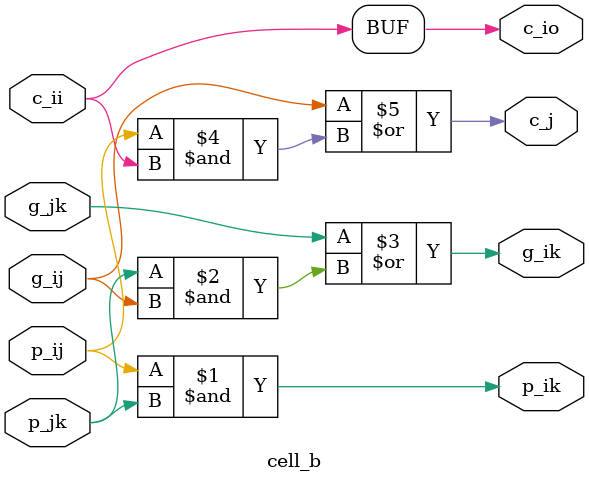
<source format=v>
`timescale 1ns / 1ps


module cell_b(
    input g_jk,
    input p_jk,
    input g_ij,
    input p_ij,
    input c_ii,
    output c_j,
    output c_io,
    output p_ik,
    output g_ik
    );
    
    assign p_ik = p_ij & p_jk;
    assign g_ik = g_jk | (p_jk & g_ij);
    assign c_io = c_ii;
    assign c_j = g_ij | (p_ij & c_ii);
endmodule

</source>
